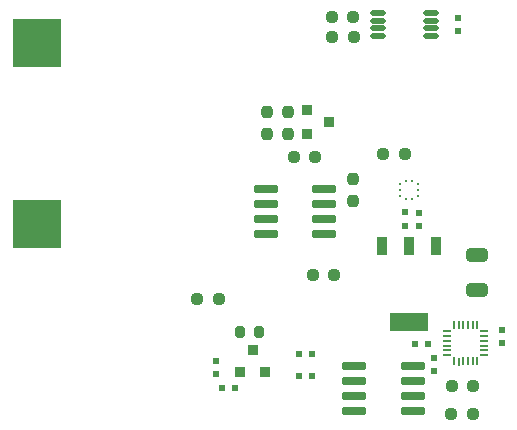
<source format=gbr>
%TF.GenerationSoftware,KiCad,Pcbnew,8.0.5*%
%TF.CreationDate,2025-03-30T22:56:12-04:00*%
%TF.ProjectId,TR3V4,54523356-342e-46b6-9963-61645f706362,rev?*%
%TF.SameCoordinates,Original*%
%TF.FileFunction,Paste,Bot*%
%TF.FilePolarity,Positive*%
%FSLAX46Y46*%
G04 Gerber Fmt 4.6, Leading zero omitted, Abs format (unit mm)*
G04 Created by KiCad (PCBNEW 8.0.5) date 2025-03-30 22:56:12*
%MOMM*%
%LPD*%
G01*
G04 APERTURE LIST*
G04 Aperture macros list*
%AMRoundRect*
0 Rectangle with rounded corners*
0 $1 Rounding radius*
0 $2 $3 $4 $5 $6 $7 $8 $9 X,Y pos of 4 corners*
0 Add a 4 corners polygon primitive as box body*
4,1,4,$2,$3,$4,$5,$6,$7,$8,$9,$2,$3,0*
0 Add four circle primitives for the rounded corners*
1,1,$1+$1,$2,$3*
1,1,$1+$1,$4,$5*
1,1,$1+$1,$6,$7*
1,1,$1+$1,$8,$9*
0 Add four rect primitives between the rounded corners*
20,1,$1+$1,$2,$3,$4,$5,0*
20,1,$1+$1,$4,$5,$6,$7,0*
20,1,$1+$1,$6,$7,$8,$9,0*
20,1,$1+$1,$8,$9,$2,$3,0*%
G04 Aperture macros list end*
%ADD10RoundRect,0.237500X0.237500X-0.250000X0.237500X0.250000X-0.237500X0.250000X-0.237500X-0.250000X0*%
%ADD11RoundRect,0.042000X0.943000X0.258000X-0.943000X0.258000X-0.943000X-0.258000X0.943000X-0.258000X0*%
%ADD12O,1.350000X0.449999*%
%ADD13RoundRect,0.237500X0.250000X0.237500X-0.250000X0.237500X-0.250000X-0.237500X0.250000X-0.237500X0*%
%ADD14R,4.170000X4.170000*%
%ADD15RoundRect,0.023750X0.071250X-0.296250X0.071250X0.296250X-0.071250X0.296250X-0.071250X-0.296250X0*%
%ADD16RoundRect,0.023750X0.071250X-0.298750X0.071250X0.298750X-0.071250X0.298750X-0.071250X-0.298750X0*%
%ADD17RoundRect,0.023750X0.071250X-0.293750X0.071250X0.293750X-0.071250X0.293750X-0.071250X-0.293750X0*%
%ADD18RoundRect,0.022500X0.067500X-0.297500X0.067500X0.297500X-0.067500X0.297500X-0.067500X-0.297500X0*%
%ADD19RoundRect,0.022500X0.297500X-0.067500X0.297500X0.067500X-0.297500X0.067500X-0.297500X-0.067500X0*%
%ADD20RoundRect,0.023750X0.296250X-0.071250X0.296250X0.071250X-0.296250X0.071250X-0.296250X-0.071250X0*%
%ADD21RoundRect,0.023750X0.293750X-0.071250X0.293750X0.071250X-0.293750X0.071250X-0.293750X-0.071250X0*%
%ADD22RoundRect,0.025000X0.075000X-0.295000X0.075000X0.295000X-0.075000X0.295000X-0.075000X-0.295000X0*%
%ADD23R,0.254000X0.279400*%
%ADD24R,0.254000X0.254000*%
%ADD25R,0.500000X0.605600*%
%ADD26RoundRect,0.237500X-0.237500X0.250000X-0.237500X-0.250000X0.237500X-0.250000X0.237500X0.250000X0*%
%ADD27R,0.889000X0.812800*%
%ADD28RoundRect,0.200000X-0.200000X-0.275000X0.200000X-0.275000X0.200000X0.275000X-0.200000X0.275000X0*%
%ADD29R,0.605600X0.500000*%
%ADD30RoundRect,0.237500X-0.250000X-0.237500X0.250000X-0.237500X0.250000X0.237500X-0.250000X0.237500X0*%
%ADD31R,0.900800X1.549400*%
%ADD32R,3.200400X1.549400*%
%ADD33RoundRect,0.250000X-0.650000X0.325000X-0.650000X-0.325000X0.650000X-0.325000X0.650000X0.325000X0*%
%ADD34R,0.609600X0.508000*%
%ADD35R,0.812800X0.889000*%
G04 APERTURE END LIST*
D10*
%TO.C,R3*%
X173228000Y-98194500D03*
X173228000Y-96369500D03*
%TD*%
D11*
%TO.C,Q8*%
X170812000Y-97155000D03*
X170812000Y-98425000D03*
X170812000Y-99695000D03*
X170812000Y-100965000D03*
X165862000Y-100965000D03*
X165862000Y-99695000D03*
X165862000Y-98425000D03*
X165862000Y-97155000D03*
%TD*%
D12*
%TO.C,U9*%
X179832000Y-84246001D03*
X179832000Y-83596000D03*
X179832000Y-82946001D03*
X179832000Y-82296000D03*
X175381999Y-82296000D03*
X175381999Y-82946001D03*
X175381999Y-83596000D03*
X175381999Y-84246001D03*
%TD*%
D13*
%TO.C,R29*%
X177662500Y-94250000D03*
X175837500Y-94250000D03*
%TD*%
D10*
%TO.C,R4*%
X166000000Y-92500000D03*
X166000000Y-90675000D03*
%TD*%
D14*
%TO.C,BT1*%
X146500000Y-84815000D03*
X146500000Y-100185000D03*
%TD*%
D11*
%TO.C,Q6*%
X178300000Y-112200000D03*
X178300000Y-113470000D03*
X178300000Y-114740000D03*
X178300000Y-116010000D03*
X173350000Y-116010000D03*
X173350000Y-114740000D03*
X173350000Y-113470000D03*
X173350000Y-112200000D03*
%TD*%
D15*
%TO.C,U5*%
X183792500Y-111790000D03*
D16*
X183392500Y-111787500D03*
D15*
X182992500Y-111790000D03*
X182592500Y-111790000D03*
D17*
X182192500Y-111792500D03*
D18*
X181797500Y-111790000D03*
D19*
X181252500Y-111245000D03*
D20*
X181252500Y-110850000D03*
X181252500Y-110450000D03*
X181252500Y-110050000D03*
X181252500Y-109650000D03*
D21*
X181250000Y-109250000D03*
D15*
X181792500Y-108700000D03*
D16*
X182192500Y-108697500D03*
D17*
X182592500Y-108702500D03*
D18*
X182987500Y-108700000D03*
D22*
X183387500Y-108700000D03*
D18*
X183787500Y-108700000D03*
D20*
X184342500Y-109240000D03*
X184342500Y-109640000D03*
X184342500Y-110040000D03*
X184342500Y-110440000D03*
X184342500Y-110840000D03*
X184342500Y-111240000D03*
%TD*%
D23*
%TO.C,U8*%
X178273001Y-98010300D03*
X177773001Y-98010300D03*
D24*
X177250000Y-97749998D03*
X177250000Y-97249999D03*
X177250000Y-96750000D03*
D23*
X177773001Y-96489698D03*
X178273001Y-96489698D03*
D24*
X178796002Y-96750000D03*
X178796002Y-97249999D03*
X178796002Y-97749998D03*
%TD*%
D25*
%TO.C,C8*%
X161688798Y-112816600D03*
X161688798Y-111711000D03*
%TD*%
D26*
%TO.C,R5*%
X167750000Y-90675000D03*
X167750000Y-92500000D03*
%TD*%
D27*
%TO.C,Q1*%
X169360001Y-92524999D03*
X169360001Y-90475001D03*
X171250000Y-91500000D03*
%TD*%
D28*
%TO.C,R9*%
X163688798Y-109263800D03*
X165338798Y-109263800D03*
%TD*%
D29*
%TO.C,C9*%
X163294398Y-114013800D03*
X162188798Y-114013800D03*
%TD*%
D30*
%TO.C,R18*%
X171507000Y-84296000D03*
X173332000Y-84296000D03*
%TD*%
D31*
%TO.C,U10*%
X175700000Y-102000000D03*
X178000000Y-102000000D03*
X180300000Y-102000000D03*
D32*
X178000000Y-108451600D03*
%TD*%
D33*
%TO.C,C17*%
X183750000Y-102750000D03*
X183750000Y-105700000D03*
%TD*%
D13*
%TO.C,R6*%
X170075000Y-94500000D03*
X168250000Y-94500000D03*
%TD*%
%TO.C,R32*%
X183412500Y-116250000D03*
X181587500Y-116250000D03*
%TD*%
D34*
%TO.C,C11*%
X168688798Y-113013800D03*
X169780998Y-113013800D03*
%TD*%
D35*
%TO.C,Q5*%
X165774999Y-112694999D03*
X163725001Y-112694999D03*
X164750000Y-110805000D03*
%TD*%
D25*
%TO.C,C20*%
X185900000Y-110252800D03*
X185900000Y-109147200D03*
%TD*%
%TO.C,C14*%
X177673000Y-100279200D03*
X177673000Y-99173600D03*
%TD*%
D29*
%TO.C,C18*%
X178494400Y-110300000D03*
X179600000Y-110300000D03*
%TD*%
D30*
%TO.C,R20*%
X171469500Y-82621000D03*
X173294500Y-82621000D03*
%TD*%
D25*
%TO.C,C16*%
X182118000Y-82743200D03*
X182118000Y-83848800D03*
%TD*%
D13*
%TO.C,R26*%
X161912500Y-106500000D03*
X160087500Y-106500000D03*
%TD*%
D25*
%TO.C,C15*%
X178816000Y-99187000D03*
X178816000Y-100292600D03*
%TD*%
D30*
%TO.C,R27*%
X169837500Y-104500000D03*
X171662500Y-104500000D03*
%TD*%
D34*
%TO.C,C10*%
X168692698Y-111163800D03*
X169784898Y-111163800D03*
%TD*%
D25*
%TO.C,C19*%
X180100000Y-111500000D03*
X180100000Y-112605600D03*
%TD*%
D13*
%TO.C,R33*%
X183425000Y-113900000D03*
X181600000Y-113900000D03*
%TD*%
M02*

</source>
